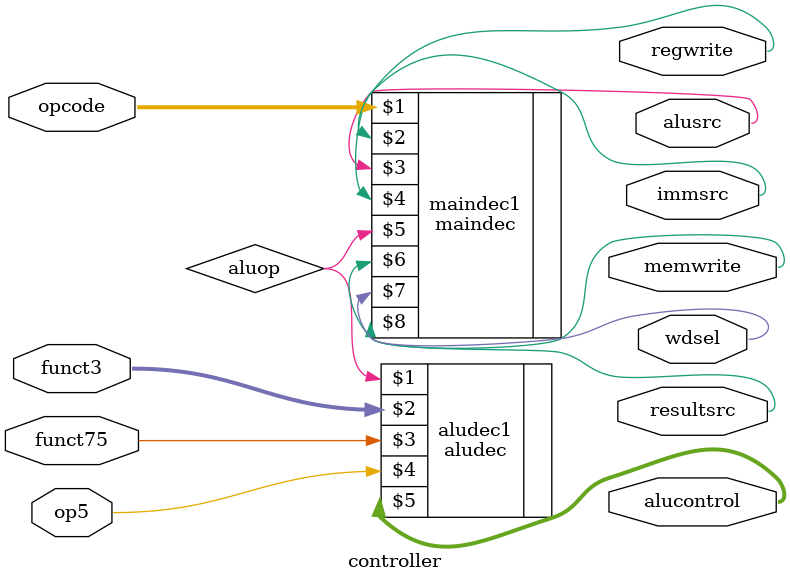
<source format=sv>
module controller(input wire [6:0] opcode,
						input wire [14:12] funct3,
						input wire funct75,
						input wire op5,
						output wire [3:0] alucontrol,
						output wire regwrite,alusrc,memwrite,wdsel,
						output wire immsrc,resultsrc);
						

	aludec aludec1(aluop,funct3,funct75,op5,alucontrol);
	maindec maindec1(opcode,regwrite,alusrc,immsrc,aluop,memwrite,wdsel,resultsrc);
	
endmodule
</source>
